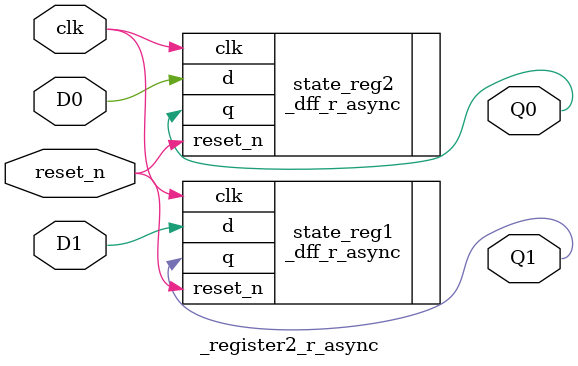
<source format=v>
module _register2_r_async (D1,D0,clk,reset_n, Q1,Q0); // module name is _register2_r_async

	input D1, D0; // input signal D1, D0
	output Q1,Q0;// output signal Q1,Q0
	input clk, reset_n; // input signal clk, reset_n
	// instance module name is state_reg1,2 use _dff_r_async module
	_dff_r_async state_reg1(.clk(clk), .reset_n(reset_n), .d(D1), .q(Q1));
	_dff_r_async state_reg2(.clk(clk), .reset_n(reset_n), .d(D0), .q(Q0));
	
endmodule

	
	

</source>
